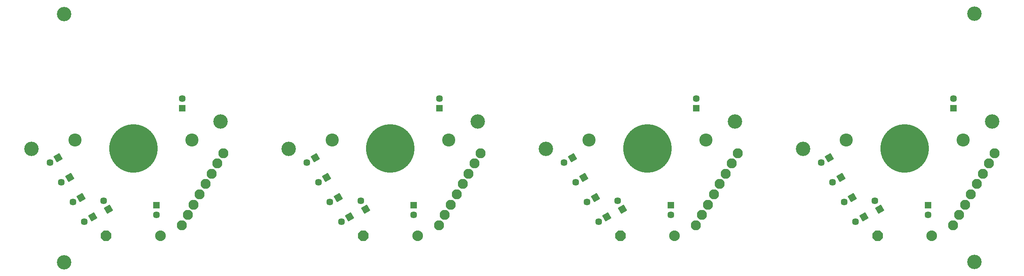
<source format=gbs>
G04 Layer_Color=16711935*
%FSLAX24Y24*%
%MOIN*%
G70*
G01*
G75*
G04:AMPARAMS|DCode=93|XSize=118.7mil|YSize=118.7mil|CornerRadius=59.4mil|HoleSize=0mil|Usage=FLASHONLY|Rotation=90.000|XOffset=0mil|YOffset=0mil|HoleType=Round|Shape=RoundedRectangle|*
%AMROUNDEDRECTD93*
21,1,0.1187,0.0000,0,0,90.0*
21,1,0.0000,0.1187,0,0,90.0*
1,1,0.1187,0.0000,0.0000*
1,1,0.1187,0.0000,0.0000*
1,1,0.1187,0.0000,0.0000*
1,1,0.1187,0.0000,0.0000*
%
%ADD93ROUNDEDRECTD93*%
G04:AMPARAMS|DCode=113|XSize=118.7mil|YSize=118.7mil|CornerRadius=59.4mil|HoleSize=0mil|Usage=FLASHONLY|Rotation=0.000|XOffset=0mil|YOffset=0mil|HoleType=Round|Shape=RoundedRectangle|*
%AMROUNDEDRECTD113*
21,1,0.1187,0.0000,0,0,0.0*
21,1,0.0000,0.1187,0,0,0.0*
1,1,0.1187,0.0000,0.0000*
1,1,0.1187,0.0000,0.0000*
1,1,0.1187,0.0000,0.0000*
1,1,0.1187,0.0000,0.0000*
%
%ADD113ROUNDEDRECTD113*%
%ADD117C,0.0570*%
%ADD118R,0.0570X0.0570*%
%ADD119P,0.0806X4X165.0*%
%ADD120C,0.1080*%
%ADD122C,0.0828*%
%ADD123P,0.0806X4X255.0*%
%ADD124P,0.0953X8X22.5*%
%ADD125C,0.0880*%
%ADD126C,0.4017*%
D93*
X79078Y21878D02*
D03*
X3789Y21848D02*
D03*
Y1289D02*
D03*
X79078Y1319D02*
D03*
D113*
X16740Y12959D02*
D03*
X1110Y10679D02*
D03*
X38000Y12959D02*
D03*
X22370Y10679D02*
D03*
X59260Y12959D02*
D03*
X43630Y10679D02*
D03*
X80520Y12959D02*
D03*
X64890Y10679D02*
D03*
D117*
X13560Y14843D02*
D03*
X7063Y6370D02*
D03*
X11440Y5226D02*
D03*
X5469Y4643D02*
D03*
X2619Y9553D02*
D03*
X3569Y7913D02*
D03*
X4519Y6273D02*
D03*
X34820Y14843D02*
D03*
X28323Y6370D02*
D03*
X32700Y5226D02*
D03*
X26729Y4643D02*
D03*
X23879Y9553D02*
D03*
X24829Y7913D02*
D03*
X25779Y6273D02*
D03*
X56080Y14843D02*
D03*
X49583Y6370D02*
D03*
X53960Y5226D02*
D03*
X47989Y4643D02*
D03*
X45139Y9553D02*
D03*
X46089Y7913D02*
D03*
X47039Y6273D02*
D03*
X77339Y14843D02*
D03*
X70843Y6370D02*
D03*
X75220Y5226D02*
D03*
X69249Y4643D02*
D03*
X66399Y9553D02*
D03*
X67349Y7913D02*
D03*
X68299Y6273D02*
D03*
D118*
X13560Y14055D02*
D03*
X11440Y6013D02*
D03*
X34820Y14055D02*
D03*
X32700Y6013D02*
D03*
X56080Y14055D02*
D03*
X53960Y6013D02*
D03*
X77339Y14055D02*
D03*
X75220Y6013D02*
D03*
D119*
X7457Y5688D02*
D03*
X28717D02*
D03*
X49977D02*
D03*
X71236D02*
D03*
D120*
X4697Y11428D02*
D03*
X14357D02*
D03*
X25956D02*
D03*
X35616D02*
D03*
X47216D02*
D03*
X56876D02*
D03*
X68476D02*
D03*
X78136D02*
D03*
D122*
X13525Y4360D02*
D03*
X14017Y5212D02*
D03*
X14509Y6064D02*
D03*
X15001Y6917D02*
D03*
X15493Y7769D02*
D03*
X15985Y8622D02*
D03*
X16477Y9474D02*
D03*
X16970Y10326D02*
D03*
X34785Y4360D02*
D03*
X35277Y5212D02*
D03*
X35769Y6064D02*
D03*
X36261Y6917D02*
D03*
X36753Y7769D02*
D03*
X37245Y8622D02*
D03*
X37737Y9474D02*
D03*
X38229Y10326D02*
D03*
X56044Y4360D02*
D03*
X56537Y5212D02*
D03*
X57029Y6064D02*
D03*
X57521Y6917D02*
D03*
X58013Y7769D02*
D03*
X58505Y8622D02*
D03*
X58997Y9474D02*
D03*
X59489Y10326D02*
D03*
X77304Y4360D02*
D03*
X77796Y5212D02*
D03*
X78288Y6064D02*
D03*
X78781Y6917D02*
D03*
X79273Y7769D02*
D03*
X79765Y8622D02*
D03*
X80257Y9474D02*
D03*
X80749Y10326D02*
D03*
D123*
X6151Y5036D02*
D03*
X3301Y9946D02*
D03*
X4251Y8306D02*
D03*
X5201Y6666D02*
D03*
X27411Y5036D02*
D03*
X24561Y9946D02*
D03*
X25511Y8306D02*
D03*
X26461Y6666D02*
D03*
X48671Y5036D02*
D03*
X45821Y9946D02*
D03*
X46771Y8306D02*
D03*
X47721Y6666D02*
D03*
X69930Y5036D02*
D03*
X67080Y9946D02*
D03*
X68030Y8306D02*
D03*
X68980Y6666D02*
D03*
D124*
X7280Y3499D02*
D03*
X28540D02*
D03*
X49800D02*
D03*
X71060D02*
D03*
D125*
X11760D02*
D03*
X33020D02*
D03*
X54280D02*
D03*
X75540D02*
D03*
D126*
X9517Y10709D02*
D03*
X30776D02*
D03*
X52036D02*
D03*
X73296D02*
D03*
M02*

</source>
